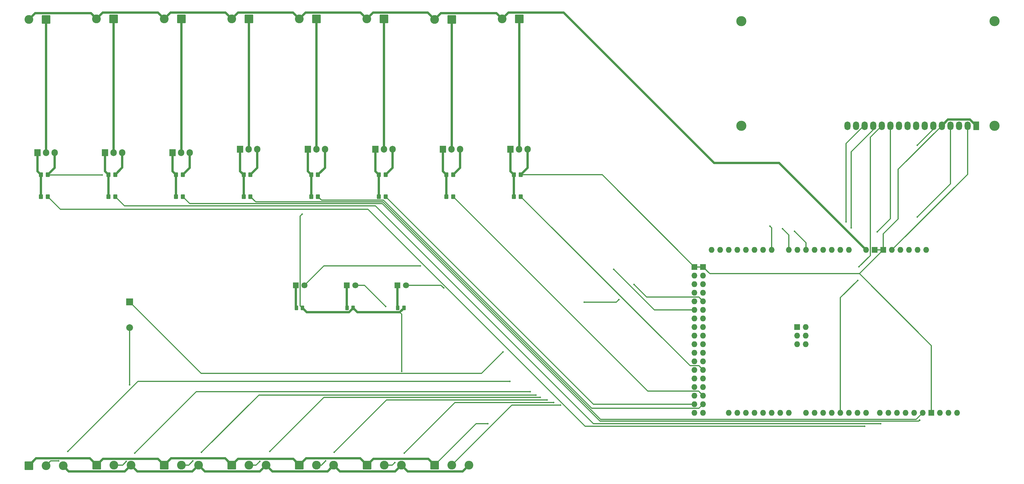
<source format=gbr>
%TF.GenerationSoftware,KiCad,Pcbnew,9.0.7*%
%TF.CreationDate,2026-01-24T11:24:44+03:00*%
%TF.ProjectId,greywater-fed hydroponic system,67726579-7761-4746-9572-2d6665642068,rev?*%
%TF.SameCoordinates,Original*%
%TF.FileFunction,Copper,L1,Top*%
%TF.FilePolarity,Positive*%
%FSLAX46Y46*%
G04 Gerber Fmt 4.6, Leading zero omitted, Abs format (unit mm)*
G04 Created by KiCad (PCBNEW 9.0.7) date 2026-01-24 11:24:44*
%MOMM*%
%LPD*%
G01*
G04 APERTURE LIST*
G04 Aperture macros list*
%AMRoundRect*
0 Rectangle with rounded corners*
0 $1 Rounding radius*
0 $2 $3 $4 $5 $6 $7 $8 $9 X,Y pos of 4 corners*
0 Add a 4 corners polygon primitive as box body*
4,1,4,$2,$3,$4,$5,$6,$7,$8,$9,$2,$3,0*
0 Add four circle primitives for the rounded corners*
1,1,$1+$1,$2,$3*
1,1,$1+$1,$4,$5*
1,1,$1+$1,$6,$7*
1,1,$1+$1,$8,$9*
0 Add four rect primitives between the rounded corners*
20,1,$1+$1,$2,$3,$4,$5,0*
20,1,$1+$1,$4,$5,$6,$7,0*
20,1,$1+$1,$6,$7,$8,$9,0*
20,1,$1+$1,$8,$9,$2,$3,0*%
G04 Aperture macros list end*
%TA.AperFunction,ComponentPad*%
%ADD10R,2.000000X2.000000*%
%TD*%
%TA.AperFunction,ComponentPad*%
%ADD11C,2.000000*%
%TD*%
%TA.AperFunction,SMDPad,CuDef*%
%ADD12RoundRect,0.250000X0.350000X0.450000X-0.350000X0.450000X-0.350000X-0.450000X0.350000X-0.450000X0*%
%TD*%
%TA.AperFunction,SMDPad,CuDef*%
%ADD13RoundRect,0.250000X-0.262500X-0.450000X0.262500X-0.450000X0.262500X0.450000X-0.262500X0.450000X0*%
%TD*%
%TA.AperFunction,ComponentPad*%
%ADD14RoundRect,0.250000X-1.050000X-1.050000X1.050000X-1.050000X1.050000X1.050000X-1.050000X1.050000X0*%
%TD*%
%TA.AperFunction,ComponentPad*%
%ADD15C,2.600000*%
%TD*%
%TA.AperFunction,ComponentPad*%
%ADD16R,1.800000X1.800000*%
%TD*%
%TA.AperFunction,ComponentPad*%
%ADD17C,1.800000*%
%TD*%
%TA.AperFunction,ComponentPad*%
%ADD18RoundRect,0.250000X1.050000X1.050000X-1.050000X1.050000X-1.050000X-1.050000X1.050000X-1.050000X0*%
%TD*%
%TA.AperFunction,ComponentPad*%
%ADD19R,1.905000X2.000000*%
%TD*%
%TA.AperFunction,ComponentPad*%
%ADD20O,1.905000X2.000000*%
%TD*%
%TA.AperFunction,SMDPad,CuDef*%
%ADD21RoundRect,0.250000X-0.350000X-0.450000X0.350000X-0.450000X0.350000X0.450000X-0.350000X0.450000X0*%
%TD*%
%TA.AperFunction,ComponentPad*%
%ADD22O,1.727200X1.727200*%
%TD*%
%TA.AperFunction,ComponentPad*%
%ADD23R,1.727200X1.727200*%
%TD*%
%TA.AperFunction,ComponentPad*%
%ADD24C,3.000000*%
%TD*%
%TA.AperFunction,ComponentPad*%
%ADD25R,1.800000X2.600000*%
%TD*%
%TA.AperFunction,ComponentPad*%
%ADD26O,1.800000X2.600000*%
%TD*%
%TA.AperFunction,ViaPad*%
%ADD27C,0.500000*%
%TD*%
%TA.AperFunction,ViaPad*%
%ADD28C,0.600000*%
%TD*%
%TA.AperFunction,Conductor*%
%ADD29C,0.300000*%
%TD*%
%TA.AperFunction,Conductor*%
%ADD30C,0.700000*%
%TD*%
%TA.AperFunction,Conductor*%
%ADD31C,0.500000*%
%TD*%
G04 APERTURE END LIST*
D10*
%TO.P,BZ1,1,+*%
%TO.N,Net-(BZ1-+)*%
X101750000Y-142200000D03*
D11*
%TO.P,BZ1,2,-*%
%TO.N,GND*%
X101750000Y-149800000D03*
%TD*%
D12*
%TO.P,R12,1*%
%TO.N,GND*%
X137500000Y-104500000D03*
%TO.P,R12,2*%
%TO.N,Net-(Q4-G)*%
X135500000Y-104500000D03*
%TD*%
D13*
%TO.P,R18,1*%
%TO.N,Net-(D2-K)*%
X151087500Y-144000000D03*
%TO.P,R18,2*%
%TO.N,GND*%
X152912500Y-144000000D03*
%TD*%
D14*
%TO.P,J15,1,Pin_1*%
%TO.N,Net-(J10-Pin_1)*%
X71915000Y-190672500D03*
D15*
%TO.P,J15,2,Pin_2*%
%TO.N,Net-(J15-Pin_2)*%
X76995000Y-190672500D03*
%TO.P,J15,3,Pin_3*%
%TO.N,GND*%
X82075000Y-190672500D03*
%TD*%
D12*
%TO.P,R14,1*%
%TO.N,GND*%
X177500000Y-104500000D03*
%TO.P,R14,2*%
%TO.N,Net-(Q6-G)*%
X175500000Y-104500000D03*
%TD*%
D14*
%TO.P,J11,1,Pin_1*%
%TO.N,Net-(J10-Pin_1)*%
X152000000Y-190500000D03*
D15*
%TO.P,J11,2,Pin_2*%
%TO.N,Net-(J11-Pin_2)*%
X157080000Y-190500000D03*
%TO.P,J11,3,Pin_3*%
%TO.N,GND*%
X162160000Y-190500000D03*
%TD*%
D16*
%TO.P,D2,1,K*%
%TO.N,Net-(D2-K)*%
X150960000Y-137250000D03*
D17*
%TO.P,D2,2,A*%
%TO.N,Net-(D2-A)*%
X153500000Y-137250000D03*
%TD*%
D14*
%TO.P,J13,1,Pin_1*%
%TO.N,Net-(J10-Pin_1)*%
X112000000Y-190500000D03*
D15*
%TO.P,J13,2,Pin_2*%
%TO.N,Net-(J13-Pin_2)*%
X117080000Y-190500000D03*
%TO.P,J13,3,Pin_3*%
%TO.N,GND*%
X122160000Y-190500000D03*
%TD*%
D14*
%TO.P,J12,1,Pin_1*%
%TO.N,Net-(J10-Pin_1)*%
X132000000Y-190500000D03*
D15*
%TO.P,J12,2,Pin_2*%
%TO.N,Net-(J12-Pin_2)*%
X137080000Y-190500000D03*
%TO.P,J12,3,Pin_3*%
%TO.N,GND*%
X142160000Y-190500000D03*
%TD*%
D18*
%TO.P,J1,1,Pin_1*%
%TO.N,Net-(J1-Pin_1)*%
X77000000Y-58500000D03*
D15*
%TO.P,J1,2,Pin_2*%
%TO.N,+12V*%
X71920000Y-58500000D03*
%TD*%
D12*
%TO.P,R10,1*%
%TO.N,GND*%
X97500000Y-104500000D03*
%TO.P,R10,2*%
%TO.N,Net-(Q2-G)*%
X95500000Y-104500000D03*
%TD*%
D19*
%TO.P,Q1,1,G*%
%TO.N,Net-(Q1-G)*%
X74460000Y-97950000D03*
D20*
%TO.P,Q1,2,D*%
%TO.N,Net-(J1-Pin_1)*%
X77000000Y-97950000D03*
%TO.P,Q1,3,S*%
%TO.N,GND*%
X79540000Y-97950000D03*
%TD*%
D16*
%TO.P,D1,1,K*%
%TO.N,Net-(D1-K)*%
X166000000Y-137250000D03*
D17*
%TO.P,D1,2,A*%
%TO.N,Net-(D1-A)*%
X168540000Y-137250000D03*
%TD*%
D19*
%TO.P,Q7,1,G*%
%TO.N,Net-(Q7-G)*%
X194460000Y-96950000D03*
D20*
%TO.P,Q7,2,D*%
%TO.N,Net-(J7-Pin_1)*%
X197000000Y-96950000D03*
%TO.P,Q7,3,S*%
%TO.N,GND*%
X199540000Y-96950000D03*
%TD*%
D19*
%TO.P,Q5,1,G*%
%TO.N,Net-(Q5-G)*%
X154460000Y-96950000D03*
D20*
%TO.P,Q5,2,D*%
%TO.N,Net-(J5-Pin_1)*%
X157000000Y-96950000D03*
%TO.P,Q5,3,S*%
%TO.N,GND*%
X159540000Y-96950000D03*
%TD*%
D19*
%TO.P,Q6,1,G*%
%TO.N,Net-(Q6-G)*%
X174460000Y-96950000D03*
D20*
%TO.P,Q6,2,D*%
%TO.N,Net-(J6-Pin_1)*%
X177000000Y-96950000D03*
%TO.P,Q6,3,S*%
%TO.N,GND*%
X179540000Y-96950000D03*
%TD*%
D18*
%TO.P,J3,1,Pin_1*%
%TO.N,Net-(J3-Pin_1)*%
X117080000Y-58332500D03*
D15*
%TO.P,J3,2,Pin_2*%
%TO.N,+12V*%
X112000000Y-58332500D03*
%TD*%
D19*
%TO.P,Q2,1,G*%
%TO.N,Net-(Q2-G)*%
X94500000Y-98000000D03*
D20*
%TO.P,Q2,2,D*%
%TO.N,Net-(J2-Pin_1)*%
X97040000Y-98000000D03*
%TO.P,Q2,3,S*%
%TO.N,GND*%
X99580000Y-98000000D03*
%TD*%
D13*
%TO.P,R19,1*%
%TO.N,Net-(D3-K)*%
X181087500Y-144000000D03*
%TO.P,R19,2*%
%TO.N,GND*%
X182912500Y-144000000D03*
%TD*%
D21*
%TO.P,R3,1*%
%TO.N,Net-(Q3-G)*%
X115500000Y-111000000D03*
%TO.P,R3,2*%
%TO.N,Net-(A1-PadD12)*%
X117500000Y-111000000D03*
%TD*%
D14*
%TO.P,J9,1,Pin_1*%
%TO.N,Net-(J10-Pin_1)*%
X192000000Y-190500000D03*
D15*
%TO.P,J9,2,Pin_2*%
%TO.N,Net-(J9-Pin_2)*%
X197080000Y-190500000D03*
%TO.P,J9,3,Pin_3*%
%TO.N,GND*%
X202160000Y-190500000D03*
%TD*%
D21*
%TO.P,R1,1*%
%TO.N,Net-(Q1-G)*%
X75500000Y-111000000D03*
%TO.P,R1,2*%
%TO.N,Net-(A1-PadD8)*%
X77500000Y-111000000D03*
%TD*%
D16*
%TO.P,D3,1,K*%
%TO.N,Net-(D3-K)*%
X180980000Y-137250000D03*
D17*
%TO.P,D3,2,A*%
%TO.N,Net-(D3-A)*%
X183520000Y-137250000D03*
%TD*%
D18*
%TO.P,J4,1,Pin_1*%
%TO.N,Net-(J4-Pin_1)*%
X137045000Y-58332500D03*
D15*
%TO.P,J4,2,Pin_2*%
%TO.N,+12V*%
X131965000Y-58332500D03*
%TD*%
D18*
%TO.P,J2,1,Pin_1*%
%TO.N,Net-(J2-Pin_1)*%
X97045000Y-58332500D03*
D15*
%TO.P,J2,2,Pin_2*%
%TO.N,+12V*%
X91965000Y-58332500D03*
%TD*%
D12*
%TO.P,R13,1*%
%TO.N,GND*%
X157500000Y-104500000D03*
%TO.P,R13,2*%
%TO.N,Net-(Q5-G)*%
X155500000Y-104500000D03*
%TD*%
D19*
%TO.P,Q4,1,G*%
%TO.N,Net-(Q4-G)*%
X134460000Y-96950000D03*
D20*
%TO.P,Q4,2,D*%
%TO.N,Net-(J4-Pin_1)*%
X137000000Y-96950000D03*
%TO.P,Q4,3,S*%
%TO.N,GND*%
X139540000Y-96950000D03*
%TD*%
D21*
%TO.P,R2,1*%
%TO.N,Net-(Q2-G)*%
X95500000Y-111000000D03*
%TO.P,R2,2*%
%TO.N,Net-(A1-PadD9)*%
X97500000Y-111000000D03*
%TD*%
%TO.P,R8,1*%
%TO.N,Net-(Q8-G)*%
X215500000Y-111000000D03*
%TO.P,R8,2*%
%TO.N,Net-(A1-PadD30)*%
X217500000Y-111000000D03*
%TD*%
%TO.P,R7,1*%
%TO.N,Net-(Q7-G)*%
X195500000Y-111000000D03*
%TO.P,R7,2*%
%TO.N,Net-(A1-PadD24)*%
X197500000Y-111000000D03*
%TD*%
D19*
%TO.P,Q3,1,G*%
%TO.N,Net-(Q3-G)*%
X114460000Y-97950000D03*
D20*
%TO.P,Q3,2,D*%
%TO.N,Net-(J3-Pin_1)*%
X117000000Y-97950000D03*
%TO.P,Q3,3,S*%
%TO.N,GND*%
X119540000Y-97950000D03*
%TD*%
D14*
%TO.P,J10,1,Pin_1*%
%TO.N,Net-(J10-Pin_1)*%
X172000000Y-190500000D03*
D15*
%TO.P,J10,2,Pin_2*%
%TO.N,Net-(J10-Pin_2)*%
X177080000Y-190500000D03*
%TO.P,J10,3,Pin_3*%
%TO.N,GND*%
X182160000Y-190500000D03*
%TD*%
D13*
%TO.P,R17,1*%
%TO.N,Net-(D1-K)*%
X166087500Y-144000000D03*
%TO.P,R17,2*%
%TO.N,GND*%
X167912500Y-144000000D03*
%TD*%
D19*
%TO.P,Q8,1,G*%
%TO.N,Net-(Q8-G)*%
X214460000Y-96950000D03*
D20*
%TO.P,Q8,2,D*%
%TO.N,Net-(J8-Pin_1)*%
X217000000Y-96950000D03*
%TO.P,Q8,3,S*%
%TO.N,GND*%
X219540000Y-96950000D03*
%TD*%
D22*
%TO.P,A1,*%
%TO.N,*%
X337490000Y-126750000D03*
%TO.P,A1,3V3,3.3V*%
%TO.N,unconnected-(A1-3.3V-Pad3V3)*%
X329870000Y-126750000D03*
%TO.P,A1,5V1,5V*%
%TO.N,Net-(DS1-VDD)*%
X327330000Y-126750000D03*
%TO.P,A1,5V2,SPI_5V*%
%TO.N,unconnected-(A1-SPI_5V-Pad5V2)*%
X299263000Y-154690000D03*
%TO.P,A1,5V3,5V*%
%TO.N,Net-(J10-Pin_1)*%
X271450000Y-175010000D03*
%TO.P,A1,5V4,5V*%
%TO.N,unconnected-(A1-5V-Pad5V4)*%
X268910000Y-175010000D03*
%TO.P,A1,A0,A0*%
%TO.N,unconnected-(A1-PadA0)*%
X314630000Y-126750000D03*
%TO.P,A1,A1,A1*%
%TO.N,Net-(J9-Pin_2)*%
X312090000Y-126750000D03*
%TO.P,A1,A2,A2*%
%TO.N,Net-(J10-Pin_2)*%
X309550000Y-126750000D03*
%TO.P,A1,A3,A3*%
%TO.N,Net-(J11-Pin_2)*%
X307010000Y-126750000D03*
%TO.P,A1,A4,A4*%
%TO.N,Net-(J12-Pin_2)*%
X304470000Y-126750000D03*
%TO.P,A1,A5,A5*%
%TO.N,Net-(J13-Pin_2)*%
X301930000Y-126750000D03*
%TO.P,A1,A6,A6*%
%TO.N,unconnected-(A1-PadA6)*%
X299390000Y-126750000D03*
%TO.P,A1,A7,A7*%
%TO.N,Net-(J14-Pin_2)*%
X296850000Y-126750000D03*
%TO.P,A1,A8,A8*%
%TO.N,Net-(J15-Pin_2)*%
X291770000Y-126750000D03*
%TO.P,A1,A9,A9*%
%TO.N,unconnected-(A1-PadA9)*%
X289230000Y-126750000D03*
%TO.P,A1,A10,A10*%
%TO.N,unconnected-(A1-PadA10)*%
X286690000Y-126750000D03*
%TO.P,A1,A11,A11*%
%TO.N,unconnected-(A1-PadA11)*%
X284150000Y-126750000D03*
%TO.P,A1,A12,A12*%
%TO.N,unconnected-(A1-PadA12)*%
X281610000Y-126750000D03*
%TO.P,A1,A13,A13*%
%TO.N,unconnected-(A1-PadA13)*%
X279070000Y-126750000D03*
%TO.P,A1,A14,A14*%
%TO.N,unconnected-(A1-PadA14)*%
X276530000Y-126750000D03*
%TO.P,A1,A15,A15*%
%TO.N,unconnected-(A1-PadA15)*%
X273990000Y-126750000D03*
%TO.P,A1,AREF,AREF*%
%TO.N,unconnected-(A1-PadAREF)*%
X341554000Y-175010000D03*
%TO.P,A1,D0,D0/RX0*%
%TO.N,unconnected-(A1-D0{slash}RX0-PadD0)*%
X301930000Y-175010000D03*
%TO.P,A1,D1,D1/TX0*%
%TO.N,unconnected-(A1-D1{slash}TX0-PadD1)*%
X304470000Y-175010000D03*
%TO.P,A1,D2,D2_INT0*%
%TO.N,Net-(A1-D2_INT0)*%
X307010000Y-175010000D03*
%TO.P,A1,D3,D3_INT1*%
%TO.N,Net-(A1-D3_INT1)*%
X309550000Y-175010000D03*
%TO.P,A1,D4,D4*%
%TO.N,Net-(DS1-D5)*%
X312090000Y-175010000D03*
%TO.P,A1,D5,D5*%
%TO.N,Net-(DS1-D4)*%
X314630000Y-175010000D03*
%TO.P,A1,D6,D6*%
%TO.N,Net-(DS1-E)*%
X317170000Y-175010000D03*
%TO.P,A1,D7,D7*%
%TO.N,Net-(DS1-RS)*%
X319710000Y-175010000D03*
%TO.P,A1,D8,D8*%
%TO.N,Net-(A1-PadD8)*%
X323774000Y-175010000D03*
%TO.P,A1,D9,D9*%
%TO.N,Net-(A1-PadD9)*%
X326314000Y-175010000D03*
%TO.P,A1,D10,D10*%
%TO.N,unconnected-(A1-PadD10)*%
X328854000Y-175010000D03*
%TO.P,A1,D11,D11*%
%TO.N,unconnected-(A1-PadD11)*%
X331394000Y-175010000D03*
%TO.P,A1,D12,D12*%
%TO.N,Net-(A1-PadD12)*%
X333934000Y-175010000D03*
%TO.P,A1,D13,D13*%
%TO.N,Net-(A1-PadD13)*%
X336474000Y-175010000D03*
%TO.P,A1,D14,D14/TX3*%
%TO.N,unconnected-(A1-D14{slash}TX3-PadD14)*%
X296850000Y-175010000D03*
%TO.P,A1,D15,D15/RX3*%
%TO.N,unconnected-(A1-D15{slash}RX3-PadD15)*%
X294310000Y-175010000D03*
%TO.P,A1,D16,D16/TX2*%
%TO.N,unconnected-(A1-D16{slash}TX2-PadD16)*%
X291770000Y-175010000D03*
%TO.P,A1,D17,D17/RX2*%
%TO.N,unconnected-(A1-D17{slash}RX2-PadD17)*%
X289230000Y-175010000D03*
%TO.P,A1,D18,D18/TX1*%
%TO.N,unconnected-(A1-D18{slash}TX1-PadD18)*%
X286690000Y-175010000D03*
%TO.P,A1,D19,D19/RX1*%
%TO.N,unconnected-(A1-D19{slash}RX1-PadD19)*%
X284150000Y-175010000D03*
%TO.P,A1,D20,D20/SDA*%
%TO.N,unconnected-(A1-D20{slash}SDA-PadD20)*%
X281610000Y-175010000D03*
%TO.P,A1,D21,D21/SCL*%
%TO.N,unconnected-(A1-D21{slash}SCL-PadD21)*%
X279070000Y-175010000D03*
%TO.P,A1,D22,D22*%
%TO.N,Net-(A1-PadD22)*%
X271450000Y-172470000D03*
%TO.P,A1,D23,D23*%
%TO.N,Net-(A1-PadD23)*%
X268910000Y-172470000D03*
%TO.P,A1,D24,D24*%
%TO.N,Net-(A1-PadD24)*%
X271450000Y-169930000D03*
%TO.P,A1,D25,D25*%
%TO.N,unconnected-(A1-PadD25)*%
X268910000Y-169930000D03*
%TO.P,A1,D26,D26*%
%TO.N,unconnected-(A1-PadD26)*%
X271450000Y-167390000D03*
%TO.P,A1,D27,D27*%
%TO.N,unconnected-(A1-PadD27)*%
X268910000Y-167390000D03*
%TO.P,A1,D28,D28*%
%TO.N,unconnected-(A1-PadD28)*%
X271450000Y-164850000D03*
%TO.P,A1,D29,D29*%
%TO.N,Net-(D1-A)*%
X268910000Y-164850000D03*
%TO.P,A1,D30,D30*%
%TO.N,Net-(A1-PadD30)*%
X271450000Y-162310000D03*
%TO.P,A1,D31,D31*%
%TO.N,unconnected-(A1-PadD31)*%
X268910000Y-162310000D03*
%TO.P,A1,D32,D32*%
%TO.N,unconnected-(A1-PadD32)*%
X271450000Y-159770000D03*
%TO.P,A1,D33,D33*%
%TO.N,unconnected-(A1-PadD33)*%
X268910000Y-159770000D03*
%TO.P,A1,D34,D34*%
%TO.N,unconnected-(A1-PadD34)*%
X271450000Y-157230000D03*
%TO.P,A1,D35,D35*%
%TO.N,unconnected-(A1-PadD35)*%
X268910000Y-157230000D03*
%TO.P,A1,D36,D36*%
%TO.N,unconnected-(A1-PadD36)*%
X271450000Y-154690000D03*
%TO.P,A1,D37,D37*%
%TO.N,unconnected-(A1-PadD37)*%
X268910000Y-154690000D03*
%TO.P,A1,D38,D38*%
%TO.N,unconnected-(A1-PadD38)*%
X271450000Y-152150000D03*
%TO.P,A1,D39,D39*%
%TO.N,unconnected-(A1-PadD39)*%
X268910000Y-152150000D03*
%TO.P,A1,D40,D40*%
%TO.N,unconnected-(A1-PadD40)*%
X271450000Y-149610000D03*
%TO.P,A1,D41,D41*%
%TO.N,unconnected-(A1-PadD41)*%
X268910000Y-149610000D03*
%TO.P,A1,D42,D42*%
%TO.N,unconnected-(A1-PadD42)*%
X271450000Y-147070000D03*
%TO.P,A1,D43,D43*%
%TO.N,unconnected-(A1-PadD43)*%
X268910000Y-147070000D03*
%TO.P,A1,D44,D44*%
%TO.N,Net-(D2-A)*%
X271450000Y-144530000D03*
%TO.P,A1,D45,D45*%
%TO.N,Net-(D3-A)*%
X268910000Y-144530000D03*
%TO.P,A1,D46,D46*%
%TO.N,Net-(BZ1-+)*%
X271450000Y-141990000D03*
%TO.P,A1,D47,D47*%
%TO.N,unconnected-(A1-PadD47)*%
X268910000Y-141990000D03*
%TO.P,A1,D48,D48*%
%TO.N,unconnected-(A1-PadD48)*%
X271450000Y-139450000D03*
%TO.P,A1,D49,D49*%
%TO.N,unconnected-(A1-PadD49)*%
X268910000Y-139450000D03*
%TO.P,A1,D50,D50_MISO*%
%TO.N,unconnected-(A1-D50_MISO-PadD50)*%
X271450000Y-136910000D03*
%TO.P,A1,D51,D51_MOSI*%
%TO.N,unconnected-(A1-D51_MOSI-PadD51)*%
X268910000Y-136910000D03*
%TO.P,A1,D52,D52_SCK*%
%TO.N,unconnected-(A1-D52_SCK-PadD52)*%
X271450000Y-134370000D03*
%TO.P,A1,D53,D53_CS*%
%TO.N,unconnected-(A1-D53_CS-PadD53)*%
X268910000Y-134370000D03*
D23*
%TO.P,A1,GND1,GND*%
%TO.N,GND*%
X339014000Y-175010000D03*
%TO.P,A1,GND2,GND*%
X324790000Y-126750000D03*
%TO.P,A1,GND3,GND*%
X322250000Y-126750000D03*
%TO.P,A1,GND4,SPI_GND*%
%TO.N,unconnected-(A1-SPI_GND-PadGND4)*%
X299263000Y-149610000D03*
%TO.P,A1,GND5,GND*%
%TO.N,GND*%
X271450000Y-131830000D03*
%TO.P,A1,GND6,GND*%
X268910000Y-131830000D03*
D22*
%TO.P,A1,IORF,IOREF*%
%TO.N,unconnected-(A1-IOREF-PadIORF)*%
X334950000Y-126750000D03*
%TO.P,A1,MISO,SPI_MISO*%
%TO.N,unconnected-(A1-SPI_MISO-PadMISO)*%
X301803000Y-154690000D03*
%TO.P,A1,MOSI,SPI_MOSI*%
%TO.N,unconnected-(A1-SPI_MOSI-PadMOSI)*%
X299263000Y-152150000D03*
%TO.P,A1,RST1,RESET*%
%TO.N,unconnected-(A1-RESET-PadRST1)*%
X332410000Y-126750000D03*
%TO.P,A1,RST2,SPI_RESET*%
%TO.N,unconnected-(A1-SPI_RESET-PadRST2)*%
X301803000Y-149610000D03*
%TO.P,A1,SCK,SPI_SCK*%
%TO.N,unconnected-(A1-SPI_SCK-PadSCK)*%
X301803000Y-152150000D03*
%TO.P,A1,SCL,SCL*%
%TO.N,unconnected-(A1-PadSCL)*%
X346634000Y-175010000D03*
%TO.P,A1,SDA,SDA*%
%TO.N,unconnected-(A1-PadSDA)*%
X344094000Y-175010000D03*
%TO.P,A1,VIN,VIN*%
%TO.N,+12V*%
X319710000Y-126750000D03*
%TD*%
D21*
%TO.P,R4,1*%
%TO.N,Net-(Q4-G)*%
X135500000Y-111000000D03*
%TO.P,R4,2*%
%TO.N,Net-(A1-PadD13)*%
X137500000Y-111000000D03*
%TD*%
D18*
%TO.P,J8,1,Pin_1*%
%TO.N,Net-(J8-Pin_1)*%
X217045000Y-58332500D03*
D15*
%TO.P,J8,2,Pin_2*%
%TO.N,+12V*%
X211965000Y-58332500D03*
%TD*%
D12*
%TO.P,R15,1*%
%TO.N,GND*%
X197500000Y-104500000D03*
%TO.P,R15,2*%
%TO.N,Net-(Q7-G)*%
X195500000Y-104500000D03*
%TD*%
D21*
%TO.P,R6,1*%
%TO.N,Net-(Q6-G)*%
X175500000Y-111000000D03*
%TO.P,R6,2*%
%TO.N,Net-(A1-PadD23)*%
X177500000Y-111000000D03*
%TD*%
D12*
%TO.P,R9,1*%
%TO.N,GND*%
X77500000Y-104500000D03*
%TO.P,R9,2*%
%TO.N,Net-(Q1-G)*%
X75500000Y-104500000D03*
%TD*%
D18*
%TO.P,J7,1,Pin_1*%
%TO.N,Net-(J7-Pin_1)*%
X197080000Y-58500000D03*
D15*
%TO.P,J7,2,Pin_2*%
%TO.N,+12V*%
X192000000Y-58500000D03*
%TD*%
D12*
%TO.P,R11,1*%
%TO.N,GND*%
X117500000Y-104500000D03*
%TO.P,R11,2*%
%TO.N,Net-(Q3-G)*%
X115500000Y-104500000D03*
%TD*%
%TO.P,R16,1*%
%TO.N,GND*%
X217500000Y-104500000D03*
%TO.P,R16,2*%
%TO.N,Net-(Q8-G)*%
X215500000Y-104500000D03*
%TD*%
D14*
%TO.P,J14,1,Pin_1*%
%TO.N,Net-(J10-Pin_1)*%
X92000000Y-190500000D03*
D15*
%TO.P,J14,2,Pin_2*%
%TO.N,Net-(J14-Pin_2)*%
X97080000Y-190500000D03*
%TO.P,J14,3,Pin_3*%
%TO.N,GND*%
X102160000Y-190500000D03*
%TD*%
D21*
%TO.P,R5,1*%
%TO.N,Net-(Q5-G)*%
X155500000Y-111000000D03*
%TO.P,R5,2*%
%TO.N,Net-(A1-PadD22)*%
X157500000Y-111000000D03*
%TD*%
D18*
%TO.P,J6,1,Pin_1*%
%TO.N,Net-(J6-Pin_1)*%
X177045000Y-58332500D03*
D15*
%TO.P,J6,2,Pin_2*%
%TO.N,+12V*%
X171965000Y-58332500D03*
%TD*%
D18*
%TO.P,J5,1,Pin_1*%
%TO.N,Net-(J5-Pin_1)*%
X157045000Y-58332500D03*
D15*
%TO.P,J5,2,Pin_2*%
%TO.N,+12V*%
X151965000Y-58332500D03*
%TD*%
D24*
%TO.P,DS1,*%
%TO.N,*%
X357739100Y-90000000D03*
X357739100Y-58999300D03*
X282740520Y-58999300D03*
X282740000Y-90000000D03*
D25*
%TO.P,DS1,1,VSS*%
%TO.N,GND*%
X352240000Y-90000000D03*
D26*
%TO.P,DS1,2,VDD*%
%TO.N,Net-(DS1-VDD)*%
X349700000Y-90000000D03*
%TO.P,DS1,3,VO*%
%TO.N,unconnected-(DS1-VO-Pad3)*%
X347160000Y-90000000D03*
%TO.P,DS1,4,RS*%
%TO.N,Net-(DS1-RS)*%
X344620000Y-90000000D03*
%TO.P,DS1,5,R/W*%
%TO.N,GND*%
X342080000Y-90000000D03*
%TO.P,DS1,6,E*%
%TO.N,Net-(DS1-E)*%
X339540000Y-90000000D03*
%TO.P,DS1,7,D0*%
%TO.N,unconnected-(DS1-D0-Pad7)*%
X337000000Y-90000000D03*
%TO.P,DS1,8,D1*%
%TO.N,unconnected-(DS1-D1-Pad8)*%
X334460000Y-90000000D03*
%TO.P,DS1,9,D2*%
%TO.N,unconnected-(DS1-D2-Pad9)*%
X331920000Y-90000000D03*
%TO.P,DS1,10,D3*%
%TO.N,unconnected-(DS1-D3-Pad10)*%
X329380000Y-90000000D03*
%TO.P,DS1,11,D4*%
%TO.N,Net-(DS1-D4)*%
X326840000Y-90000000D03*
%TO.P,DS1,12,D5*%
%TO.N,Net-(DS1-D5)*%
X324300000Y-90000000D03*
%TO.P,DS1,13,D6*%
%TO.N,Net-(A1-D3_INT1)*%
X321760000Y-90000000D03*
%TO.P,DS1,14,D7*%
%TO.N,Net-(A1-D2_INT0)*%
X319220000Y-90000000D03*
%TO.P,DS1,15,LED(+)*%
%TO.N,unconnected-(DS1-LED(+)-Pad15)*%
X316680000Y-90000000D03*
%TO.P,DS1,16,LED(-)*%
%TO.N,unconnected-(DS1-LED(-)-Pad16)*%
X314140000Y-90000000D03*
%TD*%
D27*
%TO.N,GND*%
X157500000Y-104500000D03*
X152800000Y-116200000D03*
X217500000Y-104500000D03*
X197500000Y-104500000D03*
X177500000Y-104500000D03*
X137500000Y-104500000D03*
X117500000Y-104500000D03*
X97500000Y-104500000D03*
X93600000Y-104600000D03*
%TO.N,Net-(DS1-RS)*%
X334800000Y-117000000D03*
%TO.N,Net-(DS1-E)*%
X334800000Y-95800000D03*
%TO.N,Net-(DS1-D4)*%
X323000000Y-121400000D03*
%TO.N,Net-(DS1-D5)*%
X317600000Y-131800000D03*
X317200000Y-135800000D03*
%TO.N,Net-(A1-D3_INT1)*%
X315250000Y-120250000D03*
%TO.N,Net-(A1-D2_INT0)*%
X313750000Y-118500000D03*
%TO.N,Net-(BZ1-+)*%
X251000000Y-137000000D03*
X246500000Y-141500000D03*
X236250000Y-142250000D03*
X212250000Y-157000000D03*
%TO.N,Net-(D2-A)*%
X187750000Y-131500000D03*
%TO.N,Net-(D1-A)*%
X177500000Y-143500000D03*
%TO.N,Net-(D3-A)*%
X194700735Y-138049265D03*
X245000000Y-132500000D03*
%TO.N,GND*%
X101750000Y-166750000D03*
X182250000Y-162750000D03*
%TO.N,Net-(J10-Pin_1)*%
X207750000Y-178250000D03*
%TO.N,Net-(J15-Pin_2)*%
X291250000Y-119750000D03*
X214250000Y-165750000D03*
X83500000Y-186500000D03*
X80750000Y-189300000D03*
%TO.N,Net-(J14-Pin_2)*%
X295000000Y-120500000D03*
X220250000Y-168750000D03*
X103250000Y-187000000D03*
X100750000Y-189449000D03*
%TO.N,Net-(J13-Pin_2)*%
X298500000Y-121250000D03*
X120500000Y-189300000D03*
X123000000Y-186750000D03*
X222000000Y-169750000D03*
%TO.N,Net-(J12-Pin_2)*%
X143250000Y-186500000D03*
X223250000Y-170500000D03*
X140250000Y-189449000D03*
%TO.N,Net-(J11-Pin_2)*%
X225250000Y-171250000D03*
X159750000Y-189300000D03*
X162250000Y-186750000D03*
%TO.N,Net-(J10-Pin_2)*%
X183000000Y-187000000D03*
X227250000Y-172000000D03*
X180250000Y-189750000D03*
%TO.N,Net-(J9-Pin_2)*%
X229250000Y-172750000D03*
%TO.N,Net-(A1-PadD8)*%
X319250000Y-179000000D03*
%TO.N,Net-(A1-PadD9)*%
X324000000Y-178250000D03*
D28*
%TO.N,Net-(A1-PadD12)*%
X335500000Y-177250000D03*
%TD*%
D29*
%TO.N,GND*%
X322250000Y-126750000D02*
X324790000Y-126750000D01*
X152800000Y-116200000D02*
X152902000Y-116200000D01*
X77600000Y-104600000D02*
X93600000Y-104600000D01*
X152249000Y-116751000D02*
X152800000Y-116200000D01*
X152249000Y-143336500D02*
X152249000Y-116751000D01*
D30*
X117500000Y-104500000D02*
X117600000Y-104600000D01*
X97500000Y-104500000D02*
X97600000Y-104600000D01*
X77500000Y-104500000D02*
X77600000Y-104600000D01*
X199540000Y-102460000D02*
X197500000Y-104500000D01*
X199540000Y-96950000D02*
X199540000Y-102460000D01*
X219540000Y-102460000D02*
X217500000Y-104500000D01*
X219540000Y-96950000D02*
X219540000Y-102460000D01*
X179540000Y-102460000D02*
X177500000Y-104500000D01*
X179540000Y-96950000D02*
X179540000Y-102460000D01*
X139540000Y-102460000D02*
X137500000Y-104500000D01*
X139540000Y-96950000D02*
X139540000Y-102460000D01*
X119540000Y-102460000D02*
X117500000Y-104500000D01*
X119540000Y-97950000D02*
X119540000Y-102460000D01*
X99580000Y-98000000D02*
X99580000Y-102420000D01*
X99580000Y-102420000D02*
X97500000Y-104500000D01*
D29*
X152912500Y-144000000D02*
X152249000Y-143336500D01*
%TO.N,Net-(DS1-RS)*%
X344620000Y-107180000D02*
X334800000Y-117000000D01*
X344620000Y-90000000D02*
X344620000Y-107180000D01*
%TO.N,Net-(DS1-E)*%
X339540000Y-91060000D02*
X334800000Y-95800000D01*
X339540000Y-90000000D02*
X339540000Y-91060000D01*
%TO.N,Net-(DS1-VDD)*%
X349700000Y-104380000D02*
X327330000Y-126750000D01*
X349700000Y-90000000D02*
X349700000Y-104380000D01*
%TO.N,GND*%
X324790000Y-122010000D02*
X324790000Y-126750000D01*
X329200000Y-117600000D02*
X324790000Y-122010000D01*
X329200000Y-102880000D02*
X329200000Y-117600000D01*
X342080000Y-90000000D02*
X329200000Y-102880000D01*
%TO.N,Net-(DS1-D4)*%
X326840000Y-90000000D02*
X326840000Y-117560000D01*
X326840000Y-117560000D02*
X323000000Y-121400000D01*
%TO.N,Net-(DS1-D5)*%
X312090000Y-140910000D02*
X312090000Y-175010000D01*
X317200000Y-135800000D02*
X312090000Y-140910000D01*
X320924600Y-128475400D02*
X317600000Y-131800000D01*
X320924600Y-93375400D02*
X320924600Y-128475400D01*
X324300000Y-90000000D02*
X320924600Y-93375400D01*
%TO.N,Net-(A1-D3_INT1)*%
X315250000Y-97750000D02*
X315250000Y-120250000D01*
X317250000Y-95750000D02*
X315250000Y-97750000D01*
X321760000Y-91240000D02*
X317250000Y-95750000D01*
X321760000Y-90000000D02*
X321760000Y-91240000D01*
%TO.N,Net-(A1-D2_INT0)*%
X313750000Y-95250000D02*
X313750000Y-118500000D01*
X315250000Y-93750000D02*
X313750000Y-95250000D01*
X319000000Y-90000000D02*
X315250000Y-93750000D01*
X319220000Y-90000000D02*
X319000000Y-90000000D01*
%TO.N,GND*%
X339014000Y-155136000D02*
X339014000Y-175010000D01*
X317709000Y-133831000D02*
X339014000Y-155136000D01*
X273451000Y-133831000D02*
X317709000Y-133831000D01*
X271450000Y-131830000D02*
X273451000Y-133831000D01*
X317709000Y-133831000D02*
X324790000Y-126750000D01*
X268910000Y-131830000D02*
X271450000Y-131830000D01*
X241580000Y-104500000D02*
X268910000Y-131830000D01*
X217500000Y-104500000D02*
X241580000Y-104500000D01*
%TO.N,Net-(BZ1-+)*%
X254775400Y-140775400D02*
X270235400Y-140775400D01*
X251000000Y-137000000D02*
X254775400Y-140775400D01*
X245750000Y-142250000D02*
X246500000Y-141500000D01*
X236250000Y-142250000D02*
X245750000Y-142250000D01*
X205899000Y-163351000D02*
X212250000Y-157000000D01*
X122901000Y-163351000D02*
X205899000Y-163351000D01*
X270235400Y-140775400D02*
X271450000Y-141990000D01*
X101750000Y-142200000D02*
X122901000Y-163351000D01*
%TO.N,Net-(D2-A)*%
X159250000Y-131500000D02*
X187750000Y-131500000D01*
X153500000Y-137250000D02*
X159250000Y-131500000D01*
%TO.N,Net-(D1-A)*%
X171250000Y-137250000D02*
X177500000Y-143500000D01*
X168540000Y-137250000D02*
X171250000Y-137250000D01*
%TO.N,Net-(D3-A)*%
X257030000Y-144530000D02*
X268910000Y-144530000D01*
X245000000Y-132500000D02*
X257030000Y-144530000D01*
X193901470Y-137250000D02*
X194700735Y-138049265D01*
X183520000Y-137250000D02*
X193901470Y-137250000D01*
%TO.N,GND*%
X101750000Y-149800000D02*
X101750000Y-166750000D01*
X182251000Y-162749000D02*
X182250000Y-162750000D01*
X182251000Y-145813288D02*
X182251000Y-162749000D01*
X181688712Y-145251000D02*
X182251000Y-145813288D01*
%TO.N,Net-(J10-Pin_1)*%
X204250000Y-178250000D02*
X207750000Y-178250000D01*
X192000000Y-190500000D02*
X204250000Y-178250000D01*
%TO.N,Net-(J15-Pin_2)*%
X291250000Y-119750000D02*
X291770000Y-120270000D01*
X291770000Y-120270000D02*
X291770000Y-126750000D01*
X104250000Y-165750000D02*
X214250000Y-165750000D01*
X83500000Y-186500000D02*
X104250000Y-165750000D01*
X78367500Y-189300000D02*
X80750000Y-189300000D01*
X76995000Y-190672500D02*
X78367500Y-189300000D01*
%TO.N,Net-(J14-Pin_2)*%
X295000000Y-120500000D02*
X296850000Y-122350000D01*
X296850000Y-122350000D02*
X296850000Y-126750000D01*
X121500000Y-168750000D02*
X220250000Y-168750000D01*
X103250000Y-187000000D02*
X121500000Y-168750000D01*
X99699000Y-190500000D02*
X100750000Y-189449000D01*
X97080000Y-190500000D02*
X99699000Y-190500000D01*
%TO.N,Net-(J13-Pin_2)*%
X301930000Y-124680000D02*
X301930000Y-126750000D01*
X298500000Y-121250000D02*
X301930000Y-124680000D01*
X140000000Y-169750000D02*
X222000000Y-169750000D01*
X123000000Y-186750000D02*
X140000000Y-169750000D01*
X119300000Y-190500000D02*
X120500000Y-189300000D01*
X117080000Y-190500000D02*
X119300000Y-190500000D01*
%TO.N,Net-(J12-Pin_2)*%
X159250000Y-170500000D02*
X223250000Y-170500000D01*
X143250000Y-186500000D02*
X159250000Y-170500000D01*
X139199000Y-190500000D02*
X140250000Y-189449000D01*
X137080000Y-190500000D02*
X139199000Y-190500000D01*
%TO.N,Net-(J11-Pin_2)*%
X177750000Y-171250000D02*
X225250000Y-171250000D01*
X162250000Y-186750000D02*
X177750000Y-171250000D01*
X158550000Y-190500000D02*
X159750000Y-189300000D01*
X157080000Y-190500000D02*
X158550000Y-190500000D01*
%TO.N,Net-(J10-Pin_2)*%
X198000000Y-172000000D02*
X227250000Y-172000000D01*
X183000000Y-187000000D02*
X198000000Y-172000000D01*
X179500000Y-190500000D02*
X180250000Y-189750000D01*
X177080000Y-190500000D02*
X179500000Y-190500000D01*
%TO.N,Net-(J9-Pin_2)*%
X214830000Y-172750000D02*
X229250000Y-172750000D01*
X197080000Y-190500000D02*
X214830000Y-172750000D01*
%TO.N,Net-(A1-PadD8)*%
X236500000Y-179000000D02*
X319250000Y-179000000D01*
X81250000Y-114750000D02*
X172250000Y-114750000D01*
X172250000Y-114750000D02*
X236500000Y-179000000D01*
X77500000Y-111000000D02*
X81250000Y-114750000D01*
%TO.N,Net-(A1-PadD9)*%
X239000000Y-178250000D02*
X324000000Y-178250000D01*
X174500000Y-113750000D02*
X239000000Y-178250000D01*
X100250000Y-113750000D02*
X174500000Y-113750000D01*
X97500000Y-111000000D02*
X100250000Y-113750000D01*
%TO.N,Net-(A1-PadD22)*%
X157500000Y-111000000D02*
X158551000Y-112051000D01*
X158551000Y-112051000D02*
X176894130Y-112051000D01*
X270235400Y-173684600D02*
X271450000Y-172470000D01*
X176894130Y-112051000D02*
X238527730Y-173684600D01*
X238527730Y-173684600D02*
X270235400Y-173684600D01*
%TO.N,Net-(A1-PadD23)*%
X238970000Y-172470000D02*
X268910000Y-172470000D01*
X177500000Y-111000000D02*
X238970000Y-172470000D01*
D30*
%TO.N,GND*%
X79540000Y-102460000D02*
X77500000Y-104500000D01*
X184011000Y-192351000D02*
X200309000Y-192351000D01*
X122160000Y-190500000D02*
X124011000Y-192351000D01*
X159540000Y-96950000D02*
X159540000Y-102460000D01*
X169163500Y-145251000D02*
X181688712Y-145251000D01*
X164011000Y-192351000D02*
X180309000Y-192351000D01*
X167912500Y-144027212D02*
X167912500Y-144000000D01*
X180309000Y-192351000D02*
X182160000Y-190500000D01*
X352240000Y-90000000D02*
X350389000Y-88149000D01*
X350389000Y-88149000D02*
X343931000Y-88149000D01*
X82075000Y-190672500D02*
X83753500Y-192351000D01*
X102160000Y-190500000D02*
X104011000Y-192351000D01*
X166688712Y-145251000D02*
X167912500Y-144027212D01*
X343931000Y-88149000D02*
X342080000Y-90000000D01*
X79540000Y-97950000D02*
X79540000Y-102460000D01*
X154163500Y-145251000D02*
X166688712Y-145251000D01*
X124011000Y-192351000D02*
X140309000Y-192351000D01*
X83753500Y-192351000D02*
X100309000Y-192351000D01*
X144011000Y-192351000D02*
X160309000Y-192351000D01*
X181688712Y-145251000D02*
X182912500Y-144027212D01*
X152912500Y-144000000D02*
X154163500Y-145251000D01*
X182912500Y-144027212D02*
X182912500Y-144000000D01*
X142160000Y-190500000D02*
X144011000Y-192351000D01*
X140309000Y-192351000D02*
X142160000Y-190500000D01*
X182160000Y-190500000D02*
X184011000Y-192351000D01*
X167912500Y-144000000D02*
X169163500Y-145251000D01*
X162160000Y-190500000D02*
X164011000Y-192351000D01*
X200309000Y-192351000D02*
X202160000Y-190500000D01*
X100309000Y-192351000D02*
X102160000Y-190500000D01*
X120309000Y-192351000D02*
X122160000Y-190500000D01*
X160309000Y-192351000D02*
X162160000Y-190500000D01*
X104011000Y-192351000D02*
X120309000Y-192351000D01*
X159540000Y-102460000D02*
X157500000Y-104500000D01*
D29*
%TO.N,Net-(A1-PadD30)*%
X267595400Y-161095400D02*
X270235400Y-161095400D01*
X270235400Y-161095400D02*
X271450000Y-162310000D01*
X217500000Y-111000000D02*
X267595400Y-161095400D01*
%TO.N,Net-(A1-PadD24)*%
X197500000Y-111000000D02*
X255104600Y-168604600D01*
X255104600Y-168604600D02*
X270124600Y-168604600D01*
X270124600Y-168604600D02*
X271450000Y-169930000D01*
%TO.N,Net-(A1-PadD12)*%
X335238000Y-177512000D02*
X335500000Y-177250000D01*
X119553000Y-113053000D02*
X176479090Y-113053000D01*
X176479090Y-113053000D02*
X240938089Y-177512000D01*
X240938089Y-177512000D02*
X335238000Y-177512000D01*
X117500000Y-111000000D02*
X119553000Y-113053000D01*
%TO.N,Net-(A1-PadD13)*%
X139052000Y-112552000D02*
X176686610Y-112552000D01*
X176686610Y-112552000D02*
X241145610Y-177011000D01*
X241145610Y-177011000D02*
X334473000Y-177011000D01*
X137500000Y-111000000D02*
X139052000Y-112552000D01*
X334473000Y-177011000D02*
X336474000Y-175010000D01*
D30*
%TO.N,Net-(J10-Pin_1)*%
X173851000Y-188649000D02*
X190149000Y-188649000D01*
X150149000Y-188649000D02*
X152000000Y-190500000D01*
X172000000Y-190500000D02*
X173851000Y-188649000D01*
X154000000Y-188500000D02*
X170000000Y-188500000D01*
X74087500Y-188500000D02*
X90000000Y-188500000D01*
X110149000Y-188649000D02*
X112000000Y-190500000D01*
X114000000Y-188500000D02*
X130000000Y-188500000D01*
X112000000Y-190500000D02*
X114000000Y-188500000D01*
X92000000Y-190500000D02*
X93851000Y-188649000D01*
X133851000Y-188649000D02*
X150149000Y-188649000D01*
X152000000Y-190500000D02*
X154000000Y-188500000D01*
X132000000Y-190500000D02*
X133851000Y-188649000D01*
X93851000Y-188649000D02*
X110149000Y-188649000D01*
X90000000Y-188500000D02*
X92000000Y-190500000D01*
X71915000Y-190672500D02*
X74087500Y-188500000D01*
X190149000Y-188649000D02*
X192000000Y-190500000D01*
X170000000Y-188500000D02*
X172000000Y-190500000D01*
X130000000Y-188500000D02*
X132000000Y-190500000D01*
%TO.N,+12V*%
X213816000Y-56481500D02*
X230231500Y-56481500D01*
X210281500Y-56649000D02*
X211965000Y-58332500D01*
X193851000Y-56649000D02*
X210281500Y-56649000D01*
X112000000Y-58332500D02*
X113851000Y-56481500D01*
X151965000Y-58332500D02*
X153816000Y-56481500D01*
X150114000Y-56481500D02*
X151965000Y-58332500D01*
X91965000Y-58332500D02*
X93816000Y-56481500D01*
X170114000Y-56481500D02*
X171965000Y-58332500D01*
X133816000Y-56481500D02*
X150114000Y-56481500D01*
X173816000Y-56481500D02*
X189981500Y-56481500D01*
X73771000Y-56649000D02*
X90281500Y-56649000D01*
X93816000Y-56481500D02*
X110149000Y-56481500D01*
X274750000Y-101000000D02*
X293960000Y-101000000D01*
X71920000Y-58500000D02*
X73771000Y-56649000D01*
X131965000Y-58332500D02*
X133816000Y-56481500D01*
X113851000Y-56481500D02*
X130114000Y-56481500D01*
X230231500Y-56481500D02*
X274750000Y-101000000D01*
X171965000Y-58332500D02*
X173816000Y-56481500D01*
X189981500Y-56481500D02*
X192000000Y-58500000D01*
X153816000Y-56481500D02*
X170114000Y-56481500D01*
X110149000Y-56481500D02*
X112000000Y-58332500D01*
X211965000Y-58332500D02*
X213816000Y-56481500D01*
X192000000Y-58500000D02*
X193851000Y-56649000D01*
X293960000Y-101000000D02*
X319710000Y-126750000D01*
X130114000Y-56481500D02*
X131965000Y-58332500D01*
X90281500Y-56649000D02*
X91965000Y-58332500D01*
%TO.N,Net-(D1-K)*%
X166000000Y-143912500D02*
X166087500Y-144000000D01*
X166000000Y-137250000D02*
X166000000Y-143912500D01*
%TO.N,Net-(D2-K)*%
X150960000Y-143872500D02*
X151087500Y-144000000D01*
X150960000Y-137250000D02*
X150960000Y-143872500D01*
%TO.N,Net-(D3-K)*%
X180980000Y-137250000D02*
X180980000Y-143892500D01*
X180980000Y-143892500D02*
X181087500Y-144000000D01*
%TO.N,Net-(J1-Pin_1)*%
X77000000Y-58500000D02*
X77000000Y-97950000D01*
%TO.N,Net-(J2-Pin_1)*%
X97045000Y-58332500D02*
X97045000Y-97405000D01*
D31*
X97045000Y-97405000D02*
X97000000Y-97450000D01*
D30*
%TO.N,Net-(J3-Pin_1)*%
X117080000Y-58332500D02*
X117080000Y-97870000D01*
X117080000Y-97870000D02*
X117000000Y-97950000D01*
%TO.N,Net-(J4-Pin_1)*%
X137045000Y-96905000D02*
X137000000Y-96950000D01*
X137045000Y-58332500D02*
X137045000Y-96905000D01*
%TO.N,Net-(J5-Pin_1)*%
X157045000Y-96905000D02*
X157000000Y-96950000D01*
X157045000Y-58332500D02*
X157045000Y-96905000D01*
%TO.N,Net-(J6-Pin_1)*%
X177045000Y-96905000D02*
X177000000Y-96950000D01*
X177045000Y-58332500D02*
X177045000Y-96905000D01*
%TO.N,Net-(J7-Pin_1)*%
X197080000Y-96870000D02*
X197000000Y-96950000D01*
X197080000Y-58500000D02*
X197080000Y-96870000D01*
%TO.N,Net-(J8-Pin_1)*%
X217045000Y-96905000D02*
X217000000Y-96950000D01*
X217045000Y-58332500D02*
X217045000Y-96905000D01*
%TO.N,Net-(Q1-G)*%
X74460000Y-97950000D02*
X74460000Y-103460000D01*
X75500000Y-111000000D02*
X75500000Y-104500000D01*
X74460000Y-103460000D02*
X75500000Y-104500000D01*
%TO.N,Net-(Q2-G)*%
X95500000Y-111000000D02*
X95500000Y-104500000D01*
X94460000Y-97450000D02*
X94460000Y-103460000D01*
X94460000Y-103460000D02*
X95500000Y-104500000D01*
%TO.N,Net-(Q3-G)*%
X114460000Y-97950000D02*
X114460000Y-103460000D01*
X114460000Y-103460000D02*
X115500000Y-104500000D01*
X115500000Y-104500000D02*
X115500000Y-111000000D01*
%TO.N,Net-(Q4-G)*%
X135500000Y-104500000D02*
X135500000Y-111000000D01*
X134460000Y-96950000D02*
X134460000Y-103460000D01*
X134460000Y-103460000D02*
X135500000Y-104500000D01*
%TO.N,Net-(Q5-G)*%
X154460000Y-103460000D02*
X155500000Y-104500000D01*
X154460000Y-96950000D02*
X154460000Y-103460000D01*
X155500000Y-104500000D02*
X155500000Y-111000000D01*
%TO.N,Net-(Q6-G)*%
X174460000Y-96950000D02*
X174460000Y-103460000D01*
X174460000Y-103460000D02*
X175500000Y-104500000D01*
X175500000Y-104500000D02*
X175500000Y-111000000D01*
%TO.N,Net-(Q7-G)*%
X194460000Y-96950000D02*
X194460000Y-103460000D01*
X195500000Y-104500000D02*
X195500000Y-111000000D01*
X194460000Y-103460000D02*
X195500000Y-104500000D01*
%TO.N,Net-(Q8-G)*%
X214460000Y-103460000D02*
X215500000Y-104500000D01*
X215500000Y-104500000D02*
X215500000Y-111000000D01*
X214460000Y-96950000D02*
X214460000Y-103460000D01*
%TD*%
M02*

</source>
